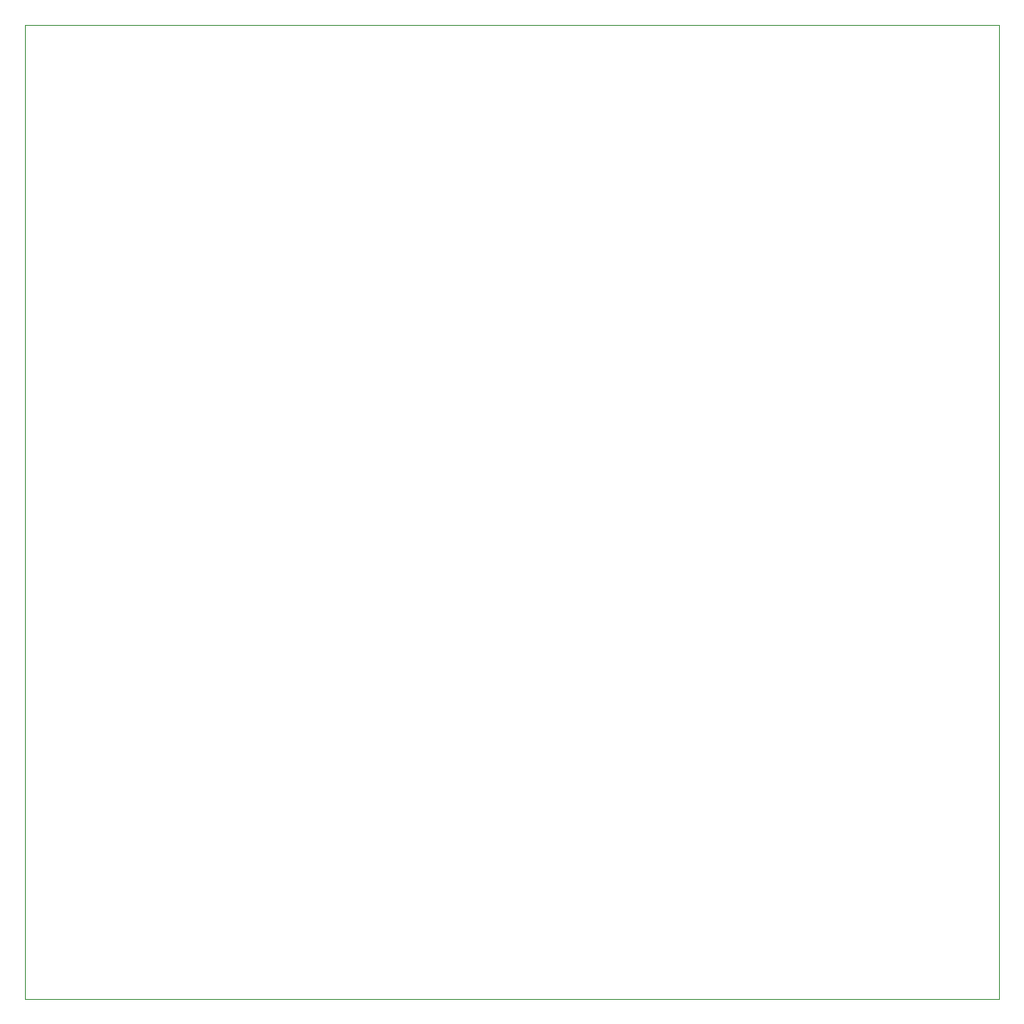
<source format=gm1>
G04 #@! TF.GenerationSoftware,KiCad,Pcbnew,5.99.0-unknown-43514a1~86~ubuntu18.04.1*
G04 #@! TF.CreationDate,2020-06-17T19:02:55+01:00*
G04 #@! TF.ProjectId,TX_BOARD,54585f42-4f41-4524-942e-6b696361645f,rev?*
G04 #@! TF.SameCoordinates,Original*
G04 #@! TF.FileFunction,Profile,NP*
%FSLAX46Y46*%
G04 Gerber Fmt 4.6, Leading zero omitted, Abs format (unit mm)*
G04 Created by KiCad (PCBNEW 5.99.0-unknown-43514a1~86~ubuntu18.04.1) date 2020-06-17 19:02:55*
%MOMM*%
%LPD*%
G01*
G04 APERTURE LIST*
%ADD10C,0.100000*%
G04 APERTURE END LIST*
D10*
X88900001Y-53340000D02*
X187960001Y-53340000D01*
X88900001Y-152400000D02*
X88900001Y-53340000D01*
X187960001Y-152400000D02*
X88900001Y-152400000D01*
X187960001Y-53340000D02*
X187960001Y-152400000D01*
M02*

</source>
